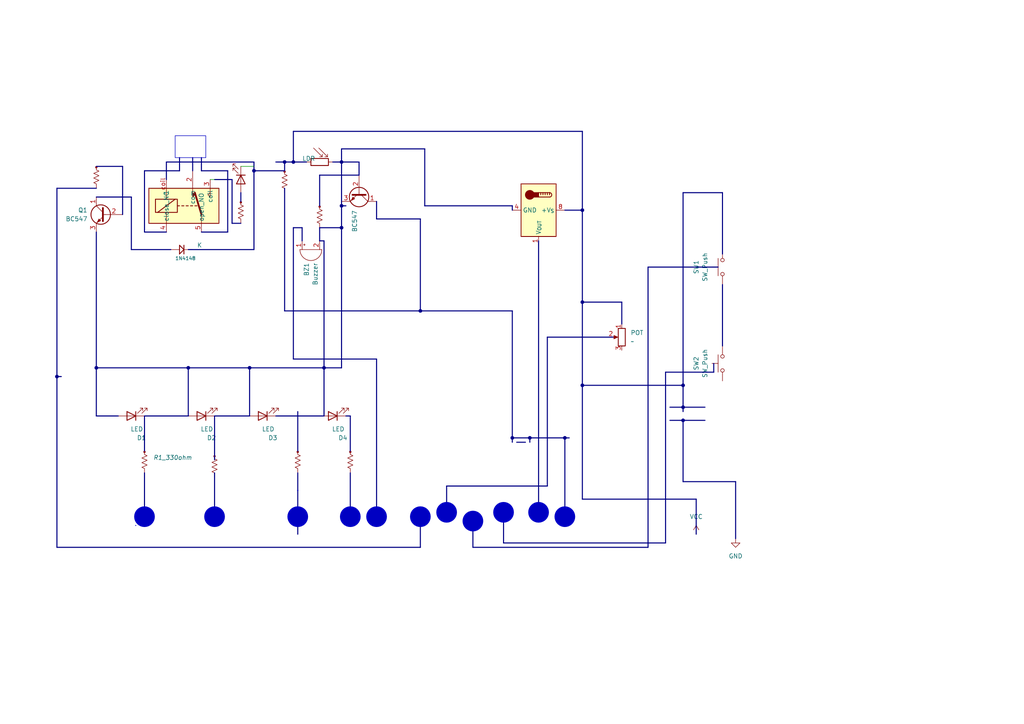
<source format=kicad_sch>
(kicad_sch (version 20230121) (generator eeschema)
  (paper "A4")
  (lib_symbols
    (symbol "D_45deg_1" (pin_numbers hide) (pin_names (offset 0) hide)
      (property "Reference" "D5" (at 0 7.62 0))
      (property "Value" "1N4148" (at 0 5.08 0))
      (symbol "D_45deg_1_0_1"
        (polyline (pts (xy 2.54 1.27) (xy 0 1.27)))
        (polyline (pts (xy 3.81 0) (xy 3.81 2.54)) (stroke (width 0.254)))
        (polyline (pts (xy 6.35 1.27) (xy 3.81 1.27)))
        (polyline (pts (xy 2.54 0) (xy 2.54 2.54) (xy 3.81 1.27) (xy 2.54 0)) (stroke (width 0.254)))
      )
    )
    (symbol "Device:Buzzer" (pin_names (offset 0.0254) hide)
      (property "Reference" "BZ" (at 3.81 1.27 0))
      (property "Value" "Buzzer" (at 3.81 -1.27 0))
      (symbol "Buzzer_0_1"
        (arc (start 0 -3.175) (mid 3.1612 0) (end 0 3.175))
        (polyline (pts (xy -1.651 1.905) (xy -1.143 1.905)))
        (polyline (pts (xy -1.397 2.159) (xy -1.397 1.651)))
        (polyline (pts (xy 0 3.175) (xy 0 -3.175)))
      )
      (symbol "Buzzer_1_1"
        (pin passive line (at -2.54 2.54 0) (length 2.54) (name "+") (number "1"))
        (pin passive line (at -2.54 -2.54 0) (length 2.54) (name "-") (number "2"))
      )
    )
    (symbol "Device:LED" (pin_numbers hide) (pin_names (offset 1.016) hide)
      (property "Reference" "D" (at 0 2.54 0))
      (property "Value" "LED" (at 0 -2.54 0))
      (symbol "LED_0_1"
        (polyline (pts (xy -1.27 -1.27) (xy -1.27 1.27)) (stroke (width 0.254)))
        (polyline (pts (xy -1.27 0) (xy 1.27 0)))
        (polyline (pts (xy 1.27 -1.27) (xy 1.27 1.27) (xy -1.27 0) (xy 1.27 -1.27)) (stroke (width 0.254)))
        (polyline (pts (xy -3.048 -0.762) (xy -4.572 -2.286) (xy -3.81 -2.286) (xy -4.572 -2.286) (xy -4.572 -1.524)))
        (polyline (pts (xy -1.778 -0.762) (xy -3.302 -2.286) (xy -2.54 -2.286) (xy -3.302 -2.286) (xy -3.302 -1.524)))
      )
      (symbol "LED_1_1"
        (pin passive line (at -3.81 0 0) (length 2.54) (name "K") (number "1"))
        (pin passive line (at 3.81 0 180) (length 2.54) (name "A") (number "2"))
      )
    )
    (symbol "Device:R_Network03_US" (pin_names (offset 0) hide)
      (property "Reference" "RN" (at -5.08 0 90))
      (property "Value" "R_Network03_US" (at 5.08 0 90))
      (symbol "R_Network03_US_0_1"
        (circle (center -2.54 2.286) (radius 0.254) (fill (type outline)))
        (polyline (pts (xy -2.54 2.286) (xy -2.54 1.524) (xy -1.778 1.1684) (xy -3.302 0.508) (xy -1.778 -0.1524) (xy -3.302 -0.8382) (xy -1.778 -1.524) (xy -3.302 -2.1844) (xy -2.54 -2.54) (xy -2.54 -3.81)))
      )
    )
    (symbol "Device:R_Potentiometer" (pin_names (offset 1.016) hide)
      (property "Reference" "RV" (at -4.445 0 90))
      (property "Value" "R_Potentiometer" (at -2.54 0 90))
      (symbol "R_Potentiometer_0_1"
        (polyline (pts (xy 2.54 0) (xy 1.524 0)))
        (polyline (pts (xy 1.143 0) (xy 2.286 0.508) (xy 2.286 -0.508) (xy 1.143 0)) (fill (type outline)))
        (rectangle (start 1.016 2.54) (end -1.016 -2.54) (stroke (width 0.254)))
      )
      (symbol "R_Potentiometer_1_1"
        (pin passive line (at 0 3.81 270) (length 1.27) (name "1") (number "1"))
        (pin passive line (at 3.81 0 180) (length 1.27) (name "2") (number "2"))
        (pin passive line (at 0 -3.81 90) (length 1.27) (name "3") (number "3"))
      )
    )
    (symbol "Relay:RT314A03"
      (property "Reference" "K" (at 11.43 3.81 0))
      (property "Value" "RT314A03" (at 11.43 1.27 0))
      (symbol "RT314A03_0_0"
        (polyline (pts (xy -2.54 1.905) (xy -7.62 -1.905)) (stroke (width 0.254)))
      )
      (symbol "RT314A03_0_1"
        (rectangle (start -10.16 5.08) (end 10.16 -5.08) (stroke (width 0.254)) (fill (type background)))
        (rectangle (start -8.255 1.905) (end -1.905 -1.905) (stroke (width 0.254)))
        (polyline (pts (xy -5.08 -5.08) (xy -5.08 -1.905)))
        (polyline (pts (xy -5.08 5.08) (xy -5.08 1.905)))
        (polyline (pts (xy -1.905 0) (xy -1.27 0)) (stroke (width 0.254)))
        (polyline (pts (xy -0.635 0) (xy 0 0)) (stroke (width 0.254)))
        (polyline (pts (xy 0.635 0) (xy 1.27 0)) (stroke (width 0.254)))
        (polyline (pts (xy 1.905 0) (xy 2.54 0)) (stroke (width 0.254)))
        (polyline (pts (xy 3.175 0) (xy 3.81 0)) (stroke (width 0.254)))
        (polyline (pts (xy 5.08 -2.54) (xy 3.175 3.81)) (stroke (width 0.508)))
        (polyline (pts (xy 5.08 -2.54) (xy 5.08 -5.08)))
        (polyline (pts (xy 2.54 5.08) (xy 2.54 2.54) (xy 3.175 3.175) (xy 2.54 3.81)) (fill (type outline)))
        (polyline (pts (xy 7.62 5.08) (xy 7.62 2.54) (xy 6.985 3.175) (xy 7.62 3.81)))
      )
      (symbol "RT314A03_1_1"
        (pin passive line (at 2.54 10.16 270) (length 5.08) (name "com") (number "2"))
        (pin passive line (at 7.62 7.62 270) (length 2.54) (name "coil") (number "3"))
        (pin passive line (at -5.08 -7.62 90) (length 2.54) (name "close_NC") (number "4"))
        (pin passive line (at 5.08 -7.62 90) (length 2.54) (name "open_NO") (number "5"))
        (pin passive line (at -5.08 7.62 270) (length 2.54) (name "1") (number "coil"))
      )
    )
    (symbol "Sensor_Optical:LDR03" (pin_numbers hide) (pin_names (offset 0))
      (property "Reference" "R" (at -5.08 0 90))
      (property "Value" "LDR03" (at 1.905 0 90))
      (symbol "LDR03_0_1"
        (rectangle (start -1.016 2.54) (end 1.016 -2.54) (stroke (width 0.254)))
        (polyline (pts (xy -1.524 -2.286) (xy -4.064 0.254)))
        (polyline (pts (xy -1.524 -2.286) (xy -2.286 -2.286)))
        (polyline (pts (xy -1.524 -2.286) (xy -1.524 -1.524)))
        (polyline (pts (xy -1.524 -0.762) (xy -4.064 1.778)))
        (polyline (pts (xy -1.524 -0.762) (xy -2.286 -0.762)))
        (polyline (pts (xy -1.524 -0.762) (xy -1.524 0)))
      )
      (symbol "LDR03_1_1"
        (pin passive line (at 0 3.81 270) (length 1.27) (name "LDR") (number "1"))
        (pin passive line (at 0 -3.81 90) (length 1.27) (name "~") (number "2"))
      )
    )
    (symbol "Sensor_Temperature:LM35-D"
      (property "Reference" "U" (at -6.35 6.35 0))
      (property "Value" "LM35-D" (at 1.27 6.35 0))
      (symbol "LM35-D_0_1"
        (rectangle (start -7.62 5.08) (end 7.62 -5.08) (stroke (width 0.254)) (fill (type background)))
        (circle (center -4.445 -2.54) (radius 1.27) (stroke (width 0.254)) (fill (type outline)))
        (rectangle (start -3.81 -1.905) (end -5.08 0) (stroke (width 0.254)) (fill (type outline)))
        (arc (start -3.81 3.175) (mid -4.445 3.8073) (end -5.08 3.175) (stroke (width 0.254)))
        (polyline (pts (xy -5.08 0.635) (xy -4.445 0.635)) (stroke (width 0.254)))
        (polyline (pts (xy -5.08 1.27) (xy -4.445 1.27)) (stroke (width 0.254)))
        (polyline (pts (xy -5.08 1.905) (xy -4.445 1.905)) (stroke (width 0.254)))
        (polyline (pts (xy -5.08 2.54) (xy -4.445 2.54)) (stroke (width 0.254)))
        (polyline (pts (xy -5.08 3.175) (xy -5.08 0)) (stroke (width 0.254)))
        (polyline (pts (xy -5.08 3.175) (xy -4.445 3.175)) (stroke (width 0.254)))
        (polyline (pts (xy -3.81 3.175) (xy -3.81 0)) (stroke (width 0.254)))
      )
      (symbol "LM35-D_1_1"
        (pin output line (at 10.16 0 180) (length 2.54) (name "V_{OUT}") (number "1"))
        (pin power_in line (at 0 -7.62 90) (length 2.54) (name "GND") (number "4"))
        (pin power_in line (at 0 7.62 270) (length 2.54) (name "+V_{S}") (number "8"))
      )
    )
    (symbol "Switch:SW_Push" (pin_numbers hide) (pin_names (offset 1.016) hide)
      (property "Reference" "SW" (at 1.27 2.54 0))
      (property "Value" "SW_Push" (at 0 -1.524 0))
      (symbol "SW_Push_0_1"
        (circle (center -2.032 0) (radius 0.508))
        (polyline (pts (xy 0 1.27) (xy 0 3.048)))
        (polyline (pts (xy 2.54 1.27) (xy -2.54 1.27)))
        (circle (center 2.032 0) (radius 0.508))
        (pin passive line (at -5.08 0 0) (length 2.54) (name "1") (number "1"))
        (pin passive line (at 5.08 0 180) (length 2.54) (name "2") (number "2"))
      )
    )
    (symbol "Transistor_BJT:BC547" (pin_names (offset 0) hide)
      (property "Reference" "Q" (at 5.08 1.905 0))
      (property "Value" "BC547" (at 5.08 0 0))
      (symbol "BC547_0_1"
        (polyline (pts (xy 0 0) (xy 0.635 0)))
        (polyline (pts (xy 0.635 0.635) (xy 2.54 2.54)))
        (polyline (pts (xy 0.635 -0.635) (xy 2.54 -2.54) (xy 2.54 -2.54)))
        (polyline (pts (xy 0.635 1.905) (xy 0.635 -1.905) (xy 0.635 -1.905)) (stroke (width 0.508)))
        (polyline (pts (xy 1.27 -1.778) (xy 1.778 -1.27) (xy 2.286 -2.286) (xy 1.27 -1.778) (xy 1.27 -1.778)) (fill (type outline)))
        (circle (center 1.27 0) (radius 2.8194) (stroke (width 0.254)))
      )
      (symbol "BC547_1_1"
        (pin passive line (at 2.54 5.08 270) (length 2.54) (name "C") (number "1"))
        (pin input line (at -5.08 0 0) (length 5.08) (name "B") (number "2"))
        (pin passive line (at 2.54 -5.08 90) (length 2.54) (name "E") (number "3"))
      )
    )
    (symbol "power:GND" (power) (pin_names (offset 0))
      (property "Value" "GND" (at 0 -3.81 0))
      (symbol "GND_0_1"
        (polyline (pts (xy 0 0) (xy 0 -1.27) (xy 1.27 -1.27) (xy 0 -2.54) (xy -1.27 -1.27) (xy 0 -1.27)))
      )
      (symbol "GND_1_1"
        (pin power_in line (at 0 0 270) (length 0) hide (name "GND") (number "1"))
      )
    )
    (symbol "power:VCC" (power) (pin_names (offset 0))
      (property "Value" "VCC" (at 0 3.81 0))
      (symbol "VCC_0_1"
        (polyline (pts (xy -0.762 1.27) (xy 0 2.54)))
        (polyline (pts (xy 0 0) (xy 0 2.54)))
        (polyline (pts (xy 0 2.54) (xy 0.762 1.27)))
      )
      (symbol "VCC_1_1"
        (pin power_in line (at 0 0 90) (length 0) hide (name "VCC") (number "1"))
      )
    )
  )
  (junction (at 153.67 127))
  (junction (at 99.06 66.04))
  (junction (at 93.98 106.68))
  (junction (at 198.12 118.11))
  (junction (at 99.06 59.69))
  (junction (at 168.91 111.76))
  (junction (at 27.94 106.68))
  (junction (at 54.61 106.68))
  (junction (at 82.55 46.99))
  (junction (at 99.06 46.99))
  (junction (at 198.12 121.92))
  (junction (at 85.09 46.99))
  (junction (at 148.59 127))
  (junction (at 198.12 111.76))
  (junction (at 73.66 49.53))
  (junction (at 163.83 127))
  (junction (at 121.92 90.17))
  (junction (at 168.91 87.63))
  (junction (at 72.39 106.68))
  (junction (at 168.91 60.96))
  (junction (at 16.51 109.22))
  (bus (pts (xy 99.06 59.69) (xy 100.33 59.69)))
  (bus (pts (xy 66.04 67.31) (xy 66.04 49.53)))
  (bus (pts (xy 198.12 121.92) (xy 204.47 121.92)))
  (bus (pts (xy 201.93 144.78) (xy 201.93 154.94)))
  (bus (pts (xy 27.94 106.68) (xy 27.94 120.65)))
  (bus (pts (xy 148.59 90.17) (xy 148.59 127)))
  (bus (pts (xy 27.94 48.26) (xy 35.56 48.26)))
  (bus (pts (xy 146.05 149.86) (xy 146.05 157.48)))
  (bus (pts (xy 27.94 120.65) (xy 34.29 120.65)))
  (bus (pts (xy 54.61 72.39) (xy 73.66 72.39)))
  (bus (pts (xy 137.16 151.13) (xy 137.16 158.75)))
  (bus (pts (xy 93.98 106.68) (xy 93.98 120.65)))
  (bus (pts (xy 121.92 149.86) (xy 121.92 158.75)))
  (bus (pts (xy 72.39 106.68) (xy 72.39 120.65)))
  (bus (pts (xy 168.91 144.78) (xy 201.93 144.78)))
  (bus (pts (xy 194.31 121.92) (xy 198.12 121.92)))
  (bus (pts (xy 198.12 118.11) (xy 198.12 119.38)))
  (bus (pts (xy 85.09 38.1) (xy 168.91 38.1)))
  (bus (pts (xy 92.71 50.8) (xy 104.14 50.8)))
  (bus (pts (xy 148.59 90.17) (xy 121.92 90.17)))
  (bus (pts (xy 41.91 120.65) (xy 54.61 120.65)))
  (bus (pts (xy 99.06 66.04) (xy 99.06 106.68)))
  (bus (pts (xy 48.26 46.99) (xy 48.26 52.07)))
  (bus (pts (xy 168.91 87.63) (xy 168.91 111.76)))
  (bus (pts (xy 67.31 64.77) (xy 69.85 64.77)))
  (bus (pts (xy 16.51 54.61) (xy 27.94 54.61)))
  (bus (pts (xy 52.07 45.72) (xy 52.07 49.53)))
  (bus (pts (xy 93.98 106.68) (xy 99.06 106.68)))
  (bus (pts (xy 82.55 90.17) (xy 121.92 90.17)))
  (bus (pts (xy 99.06 43.18) (xy 99.06 46.99)))
  (bus (pts (xy 213.36 139.7) (xy 213.36 156.21)))
  (bus (pts (xy 67.31 64.77) (xy 67.31 52.07)))
  (bus (pts (xy 163.83 127) (xy 165.1 127)))
  (bus (pts (xy 207.01 105.41) (xy 207.01 107.95)))
  (bus (pts (xy 163.83 127) (xy 163.83 151.13)))
  (bus (pts (xy 16.51 54.61) (xy 16.51 109.22)))
  (bus (pts (xy 92.71 50.8) (xy 92.71 59.69)))
  (bus (pts (xy 16.51 109.22) (xy 16.51 158.75)))
  (bus (pts (xy 48.26 46.99) (xy 73.66 46.99)))
  (bus (pts (xy 41.91 120.65) (xy 41.91 130.81)))
  (bus (pts (xy 80.01 120.65) (xy 93.98 120.65)))
  (bus (pts (xy 168.91 87.63) (xy 180.34 87.63)))
  (bus (pts (xy 58.42 49.53) (xy 66.04 49.53)))
  (bus (pts (xy 99.06 43.18) (xy 123.19 43.18)))
  (bus (pts (xy 38.1 57.15) (xy 38.1 72.39)))
  (bus (pts (xy 41.91 49.53) (xy 52.07 49.53)))
  (bus (pts (xy 123.19 59.69) (xy 148.59 59.69)))
  (bus (pts (xy 198.12 55.88) (xy 198.12 111.76)))
  (bus (pts (xy 198.12 118.11) (xy 204.47 118.11)))
  (bus (pts (xy 85.09 66.04) (xy 87.63 66.04)))
  (bus (pts (xy 92.71 66.04) (xy 99.06 66.04)))
  (bus (pts (xy 87.63 66.04) (xy 87.63 69.85)))
  (bus (pts (xy 148.59 128.27) (xy 148.59 127)))
  (bus (pts (xy 72.39 106.68) (xy 93.98 106.68)))
  (bus (pts (xy 101.6 137.16) (xy 101.6 151.13)))
  (bus (pts (xy 153.67 127) (xy 163.83 127)))
  (bus (pts (xy 198.12 139.7) (xy 213.36 139.7)))
  (bus (pts (xy 62.23 52.07) (xy 67.31 52.07)))
  (bus (pts (xy 156.21 69.85) (xy 156.21 147.32)))
  (bus (pts (xy 158.75 97.79) (xy 177.8 97.79)))
  (bus (pts (xy 149.86 128.27) (xy 152.4 128.27)))
  (bus (pts (xy 80.01 46.99) (xy 82.55 46.99)))
  (bus (pts (xy 146.05 157.48) (xy 193.04 157.48)))
  (bus (pts (xy 41.91 49.53) (xy 41.91 67.31)))
  (bus (pts (xy 168.91 111.76) (xy 168.91 144.78)))
  (bus (pts (xy 86.36 119.38) (xy 86.36 130.81)))
  (bus (pts (xy 163.83 60.96) (xy 168.91 60.96)))
  (bus (pts (xy 55.88 45.72) (xy 55.88 49.53)))
  (wire (pts (xy 69.85 48.26) (xy 73.66 48.26)))
  (bus (pts (xy 85.09 46.99) (xy 85.09 38.1)))
  (bus (pts (xy 35.56 62.23) (xy 35.56 48.26)))
  (bus (pts (xy 17.78 109.22) (xy 16.51 109.22)))
  (bus (pts (xy 137.16 158.75) (xy 187.96 158.75)))
  (bus (pts (xy 58.42 45.72) (xy 58.42 49.53)))
  (bus (pts (xy 85.09 104.14) (xy 109.22 104.14)))
  (bus (pts (xy 158.75 140.97) (xy 158.75 97.79)))
  (bus (pts (xy 209.55 55.88) (xy 209.55 73.66)))
  (bus (pts (xy 16.51 158.75) (xy 121.92 158.75)))
  (bus (pts (xy 198.12 111.76) (xy 198.12 118.11)))
  (bus (pts (xy 92.71 66.04) (xy 92.71 69.85)))
  (bus (pts (xy 123.19 43.18) (xy 123.19 59.69)))
  (bus (pts (xy 168.91 60.96) (xy 168.91 87.63)))
  (bus (pts (xy 198.12 55.88) (xy 209.55 55.88)))
  (bus (pts (xy 101.6 130.81) (xy 101.6 120.65)))
  (bus (pts (xy 209.55 82.55) (xy 209.55 100.33)))
  (bus (pts (xy 109.22 104.14) (xy 109.22 149.86)))
  (bus (pts (xy 69.85 55.88) (xy 69.85 58.42)))
  (bus (pts (xy 54.61 106.68) (xy 54.61 120.65)))
  (bus (pts (xy 86.36 137.16) (xy 86.36 154.94)))
  (bus (pts (xy 100.33 120.65) (xy 101.6 120.65)))
  (bus (pts (xy 99.06 59.69) (xy 99.06 66.04)))
  (bus (pts (xy 93.98 69.85) (xy 92.71 69.85)))
  (wire (pts (xy 60.96 52.07) (xy 62.23 52.07)))
  (bus (pts (xy 27.94 57.15) (xy 38.1 57.15)))
  (bus (pts (xy 168.91 111.76) (xy 198.12 111.76)))
  (bus (pts (xy 148.59 59.69) (xy 148.59 60.96)))
  (bus (pts (xy 85.09 46.99) (xy 88.9 46.99)))
  (bus (pts (xy 93.98 69.85) (xy 93.98 106.68)))
  (bus (pts (xy 109.22 58.42) (xy 109.22 63.5)))
  (bus (pts (xy 168.91 38.1) (xy 168.91 60.96)))
  (bus (pts (xy 121.92 63.5) (xy 121.92 90.17)))
  (bus (pts (xy 62.23 120.65) (xy 72.39 120.65)))
  (bus (pts (xy 27.94 106.68) (xy 54.61 106.68)))
  (bus (pts (xy 104.14 50.8) (xy 104.14 46.99)))
  (bus (pts (xy 41.91 137.16) (xy 41.91 151.13)))
  (bus (pts (xy 129.54 140.97) (xy 129.54 151.13)))
  (bus (pts (xy 85.09 66.04) (xy 85.09 104.14)))
  (bus (pts (xy 187.96 77.47) (xy 208.28 77.47)))
  (bus (pts (xy 96.52 46.99) (xy 99.06 46.99)))
  (bus (pts (xy 153.67 127) (xy 153.67 128.27)))
  (bus (pts (xy 187.96 77.47) (xy 187.96 158.75)))
  (bus (pts (xy 129.54 140.97) (xy 158.75 140.97)))
  (bus (pts (xy 82.55 54.61) (xy 82.55 90.17)))
  (bus (pts (xy 73.66 46.99) (xy 73.66 49.53)))
  (bus (pts (xy 194.31 118.11) (xy 198.12 118.11)))
  (bus (pts (xy 82.55 46.99) (xy 85.09 46.99)))
  (bus (pts (xy 62.23 120.65) (xy 62.23 133.35)))
  (bus (pts (xy 58.42 67.31) (xy 66.04 67.31)))
  (bus (pts (xy 62.23 137.16) (xy 62.23 148.59)))
  (bus (pts (xy 38.1 72.39) (xy 49.53 72.39)))
  (bus (pts (xy 27.94 67.31) (xy 27.94 106.68)))
  (bus (pts (xy 73.66 49.53) (xy 82.55 49.53)))
  (bus (pts (xy 99.06 46.99) (xy 99.06 59.69)))
  (bus (pts (xy 148.59 127) (xy 153.67 127)))
  (bus (pts (xy 109.22 63.5) (xy 121.92 63.5)))
  (bus (pts (xy 193.04 107.95) (xy 207.01 107.95)))
  (bus (pts (xy 41.91 67.31) (xy 48.26 67.31)))
  (bus (pts (xy 82.55 46.99) (xy 82.55 49.53)))
  (bus (pts (xy 193.04 107.95) (xy 193.04 157.48)))
  (bus (pts (xy 54.61 106.68) (xy 72.39 106.68)))
  (bus (pts (xy 73.66 49.53) (xy 73.66 72.39)))
  (bus (pts (xy 198.12 121.92) (xy 198.12 139.7)))
  (bus (pts (xy 99.06 46.99) (xy 104.14 46.99)))
  (bus (pts (xy 180.34 87.63) (xy 180.34 93.98)))
  (circle (center 137.16 151.13) (radius 0.0001) (stroke (width 3)))
  (circle (center 129.54 148.59) (radius 0.0001) (stroke (width 3)))
  (circle (center 156.21 148.59) (radius 0.0001) (stroke (width 3)))
  (circle (center 86.36 142.24) (radius 0.0001))
  (circle (center 86.36 149.86) (radius 0.0001) (stroke (width 3)))
  (circle (center 86.36 142.24) (radius 0.0001))
  (circle (center 101.6 149.86) (radius 0.0001) (stroke (width 3)))
  (circle (center 62.23 149.86) (radius 0.0001) (stroke (width 3)))
  (circle (center 146.05 148.59) (radius 0.0001) (stroke (width 3)))
  (circle (center 39.37 152.4) (radius 0.0001))
  (circle (center 62.23 148.59) (radius 0.0001))
  (circle (center 163.83 149.86) (radius 0.0001) (stroke (width 3)))
  (circle (center 41.91 149.86) (radius 0.0001) (stroke (width 3)))
  (rectangle (start 50.8 39.37) (end 59.69 45.72))
  (circle (center 62.23 148.59) (radius 0.0001))
  (circle (center 109.22 149.86) (radius 0.0001) (stroke (width 3)))
  (circle (center 121.92 149.86) (radius 0.0001) (stroke (width 3)))
  (rectangle (start 59.69 45.72) (end 59.69 45.72))
  (symbol (lib_id "Device:R_Network03_US") (at 30.48 50.8 0) (unit 1)
    (property "Reference" "RN5" (effects hide))
    (property "Value" "R_Network03_US" (effects hide))
    (property "Footprint" "Resistor_THT:R_Array_SIP4" (effects hide))
    (property "Datasheet" "http://www.vishay.com/docs/31509/csc.pdf" (effects hide))
  )
  (symbol (lib_id "Device:LED") (at 96.52 120.65 180) (unit 1)
    (property "Reference" "D4" (at 98.1075 127 0) (effects (justify right)))
    (property "Value" "LED" (at 98.1075 124.46 0))
  )
  (symbol (lib_id "Device:R_Network03_US") (at 88.9 133.35 0) (unit 1)
    (property "Reference" "RN3" (effects hide))
    (property "Value" "R_Network03_US" (effects hide))
    (property "Footprint" "Resistor_THT:R_Array_SIP4" (effects hide))
    (property "Datasheet" "http://www.vishay.com/docs/31509/csc.pdf" (effects hide))
  )
  (symbol (lib_id "Transistor_BJT:BC547") (at 30.48 62.23 0) (mirror y) (unit 1)
    (property "Reference" "Q1" (at 25.4 60.96 0) (effects (justify left)))
    (property "Value" "BC547" (at 25.4 63.5 0) (effects (justify left)))
    (property "Footprint" "Package_TO_SOT_THT:TO-92_Inline" (effects hide))
    (property "Datasheet" "https://www.onsemi.com/pub/Collateral/BC550-D.pdf" (effects hide))
  )
  (symbol (lib_id "Sensor_Optical:LDR03") (at 92.71 46.99 90) (mirror x) (unit 1)
    (property "Reference" "LDR" (effects hide))
    (property "Value" "LDR03" (effects hide))
    (property "Footprint" "OptoDevice:R_LDR_10x8.5mm_P7.6mm_Vertical" (effects hide))
    (property "Datasheet" "http://www.elektronica-componenten.nl/WebRoot/StoreNL/Shops/61422969/54F1/BA0C/C664/31B9/2173/C0A8/2AB9/2AEF/LDR03IMP.pdf" (effects hide))
  )
  (symbol (lib_id "Device:R_Network03_US") (at 64.77 134.62 0) (unit 1)
    (property "Reference" "RN2" (effects hide))
    (property "Value" "R_Network03_US" (effects hide))
    (property "Footprint" "Resistor_THT:R_Array_SIP4" (effects hide))
    (property "Datasheet" "http://www.vishay.com/docs/31509/csc.pdf" (effects hide))
  )
  (symbol (lib_id "Device:LED") (at 76.2 120.65 180) (unit 1)
    (property "Reference" "D3" (at 77.7875 127 0) (effects (justify right)))
    (property "Value" "LED" (at 77.7875 124.46 0))
  )
  (symbol (lib_id "Device:LED") (at 69.85 52.07 270) (unit 1)
    (property "Reference" "D5" (effects hide))
    (property "Value" "LED" (effects hide))
  )
  (symbol (lib_id "Relay:RT314A03") (at 53.34 59.69 0) (unit 1)
    (property "Reference" "K1" (effects hide))
    (property "Value" "RT314A03" (effects hide))
    (property "Footprint" "Relay_THT:Relay_SPDT_Schrack-RT1-16A-FormC_RM5mm" (effects hide))
    (property "Datasheet" "https://www.te.com/commerce/DocumentDelivery/DDEController?Action=srchrtrv&DocNm=RT1_bistable&DocType=DS&DocLang=English" (effects hide))
  )
  (symbol (lib_id "Device:R_Network03_US") (at 44.45 133.35 0) (unit 1)
    (property "Reference" "R1_330ohm" (at 44.45 132.715 0) (effects (font italic) (justify left)))
    (property "Value" "R1_330ohm" (effects hide))
    (property "Footprint" "Resistor_THT:R_Array_SIP4" (effects hide))
    (property "Datasheet" "http://www.vishay.com/docs/31509/csc.pdf" (effects hide))
  )
  (symbol (lib_id "Device:LED") (at 58.42 120.65 180) (unit 1)
    (property "Reference" "D2" (at 60.0075 127 0) (effects (justify right)))
    (property "Value" "LED" (at 60.0075 124.46 0))
  )
  (symbol (lib_name "D_45deg_1") (lib_id "Device:D_45deg") (at 49.53 73.66 0) (unit 1)
    (property "Reference" "K" (at 57.15 71.12 0) (effects (justify left)))
    (property "Value" "1N4148" (at 50.8 74.93 0) (effects (font (size 1 1)) (justify left)))
    (property "Sim.Device" "D" (effects hide))
    (property "Sim.Pins" "1=K 2=A" (effects hide))
  )
  (symbol (lib_id "Switch:SW_Push") (at 209.55 105.41 90) (unit 1)
    (property "Reference" "SW2" (at 201.93 105.41 0))
    (property "Value" "SW_Push" (at 204.47 105.41 0))
  )
  (symbol (lib_id "Switch:SW_Push") (at 209.55 77.47 90) (unit 1)
    (property "Reference" "SW1" (at 201.93 77.47 0))
    (property "Value" "SW_Push" (at 204.47 77.47 0))
  )
  (symbol (lib_id "Device:LED") (at 38.1 120.65 180) (unit 1)
    (property "Reference" "D1" (at 39.6875 127 0) (effects (justify right)))
    (property "Value" "LED" (at 39.6875 124.46 0))
  )
  (symbol (lib_id "Device:R_Network03_US") (at 72.39 60.96 0) (unit 1)
    (property "Reference" "RN1" (effects hide))
    (property "Value" "R_Network03_US" (effects hide))
    (property "Footprint" "Resistor_THT:R_Array_SIP4" (effects hide))
    (property "Datasheet" "http://www.vishay.com/docs/31509/csc.pdf" (effects hide))
  )
  (symbol (lib_id "Device:R_Network03_US") (at 85.09 52.07 0) (unit 1)
    (property "Reference" "RN6" (effects hide))
    (property "Value" "R_Network03_US" (effects hide))
    (property "Footprint" "Resistor_THT:R_Array_SIP4" (effects hide))
    (property "Datasheet" "http://www.vishay.com/docs/31509/csc.pdf" (effects hide))
  )
  (symbol (lib_id "Sensor_Temperature:LM35-D") (at 156.21 60.96 270) (unit 1)
    (property "Reference" "U1" (effects hide))
    (property "Value" "LM35-D" (effects hide))
    (property "Footprint" "Package_SO:SOIC-8_3.9x4.9mm_P1.27mm" (effects hide))
    (property "Datasheet" "http://www.ti.com/lit/ds/symlink/lm35.pdf" (effects hide))
  )
  (symbol (lib_id "power:VCC") (at 201.93 154.94 0) (unit 1)
    (property "Reference" "#PWR02" (effects hide))
    (property "Value" "VCC" (at 201.93 149.86 0))
  )
  (symbol (lib_id "Device:R_Potentiometer") (at 180.34 97.79 0) (mirror y) (unit 1)
    (property "Reference" "POT" (at 182.88 96.52 0) (effects (justify right)))
    (property "Value" "~" (at 182.88 99.06 0) (effects (justify right)))
  )
  (symbol (lib_id "Device:Buzzer") (at 90.17 72.39 90) (mirror x) (unit 1)
    (property "Reference" "BZ1" (at 88.9 76.2 0) (effects (justify left)))
    (property "Value" "Buzzer" (at 91.44 76.2 0) (effects (justify left)))
  )
  (symbol (lib_id "Device:R_Network03_US") (at 104.14 133.35 0) (unit 1)
    (property "Reference" "RN4" (effects hide))
    (property "Value" "R_Network03_US" (effects hide))
    (property "Footprint" "Resistor_THT:R_Array_SIP4" (effects hide))
    (property "Datasheet" "http://www.vishay.com/docs/31509/csc.pdf" (effects hide))
  )
  (symbol (lib_id "power:GND") (at 213.36 156.21 0) (unit 1)
    (property "Reference" "#PWR01" (effects hide))
    (property "Value" "GND" (at 213.36 161.29 0))
  )
  (symbol (lib_id "Device:R_Network03_US") (at 95.25 62.23 0) (unit 1)
    (property "Reference" "RN7" (effects hide))
    (property "Value" "R_Network03_US" (effects hide))
    (property "Footprint" "Resistor_THT:R_Array_SIP4" (effects hide))
    (property "Datasheet" "http://www.vishay.com/docs/31509/csc.pdf" (effects hide))
  )
  (symbol (lib_id "Transistor_BJT:BC547") (at 104.14 55.88 270) (unit 1)
    (property "Reference" "Q3" (effects hide))
    (property "Value" "BC547" (at 102.87 60.96 0) (effects (justify left)))
    (property "Footprint" "Package_TO_SOT_THT:TO-92_Inline" (effects hide))
    (property "Datasheet" "https://www.onsemi.com/pub/Collateral/BC550-D.pdf" (effects hide))
  )
)
</source>
